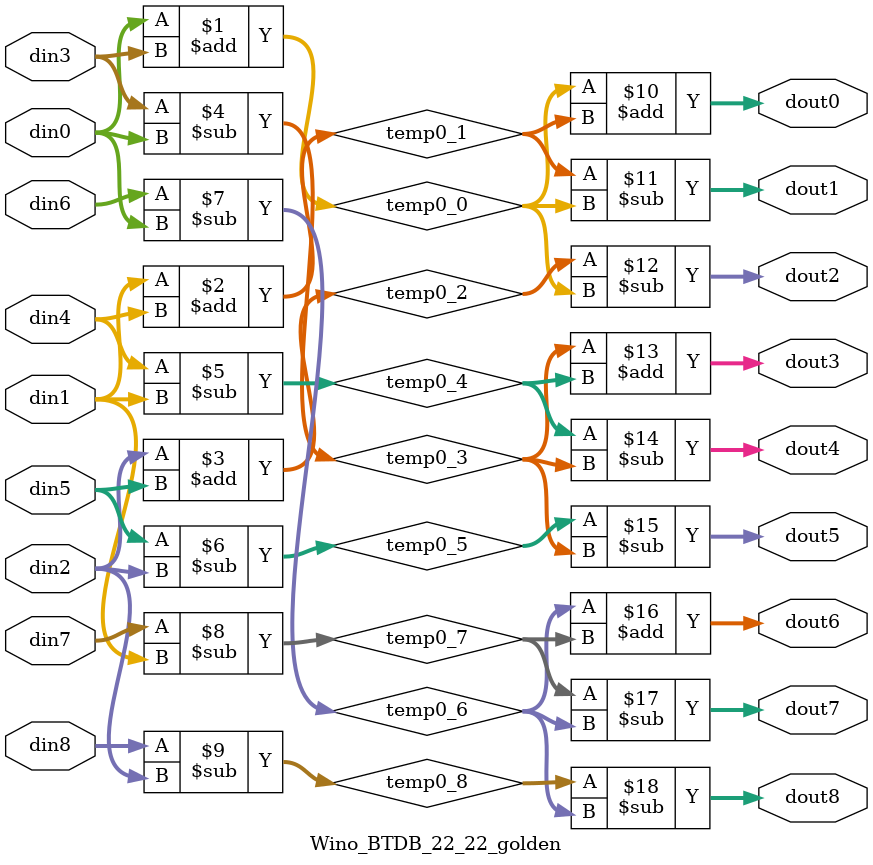
<source format=v>

module Wino_BTDB_22_22_golden#(
    parameter data_width = 18
    )
    (
    // din = 3 * 3
    input wire [data_width - 1 : 0] din0, din1, din2, din3, din4, din5, din6, din7, din8,
    // dout = BT * D * B
    output wire [data_width - 1 : 0] dout0, dout1, dout2, dout3, dout4, dout5, dout6, dout7, dout8
    );

    wire [data_width - 1:0] temp0_0, temp0_1, temp0_2;
    wire [data_width - 1:0] temp0_3, temp0_4, temp0_5;
    wire [data_width - 1:0] temp0_6, temp0_7, temp0_8;

    // temp0 = BT * d
    assign temp0_0 = din0 + din3;
    assign temp0_1 = din1 + din4;
    assign temp0_2 = din2 + din5;

    assign temp0_3 = din3 - din0;
    assign temp0_4 = din4 - din1;
    assign temp0_5 = din5 - din2;

    assign temp0_6 = din6 - din0;
    assign temp0_7 = din7 - din1;
    assign temp0_8 = din8 - din2;

    // dout = temp0 * B
    assign dout0 = temp0_0 + temp0_1;
    assign dout1 = temp0_1 - temp0_0;
    assign dout2 = temp0_2 - temp0_0;

    assign dout3 = temp0_3 + temp0_4;
    assign dout4 = temp0_4 - temp0_3;
    assign dout5 = temp0_5 - temp0_3;

    assign dout6 = temp0_6 + temp0_7;
    assign dout7 = temp0_7 - temp0_6;
    assign dout8 = temp0_8 - temp0_6;

endmodule

</source>
